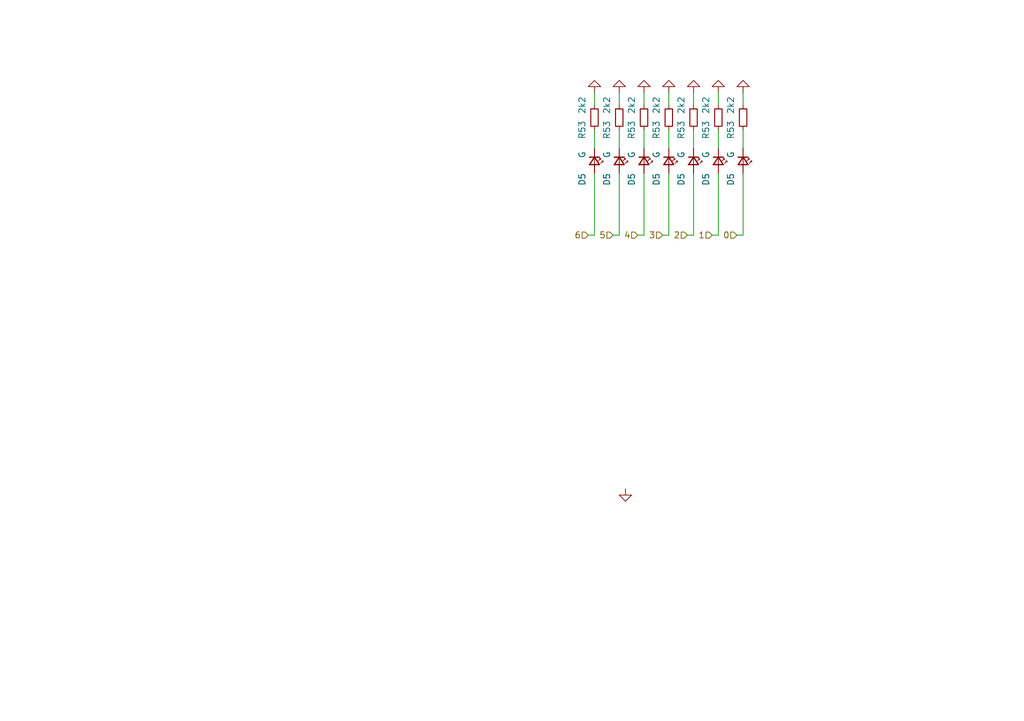
<source format=kicad_sch>
(kicad_sch (version 20230121) (generator eeschema)
  (paper "A5")
  (lib_symbols
    (symbol "Device:LED_Small" (pin_numbers hide) (pin_names (offset 0.254) hide)
      (property "Reference" "D" (at -1.27 3.175 0))
      (property "Value" "LED_Small" (at -4.445 -2.54 0))
      (symbol "LED_Small_0_1"
        (polyline (pts (xy -0.762 -1.016) (xy -0.762 1.016)) (stroke (width 0.254)))
        (polyline (pts (xy 1.016 0) (xy -0.762 0)))
        (polyline (pts (xy 0.762 -1.016) (xy -0.762 0) (xy 0.762 1.016) (xy 0.762 -1.016)) (stroke (width 0.254)))
        (polyline (pts (xy 0 0.762) (xy -0.508 1.27) (xy -0.254 1.27) (xy -0.508 1.27) (xy -0.508 1.016)))
        (polyline (pts (xy 0.508 1.27) (xy 0 1.778) (xy 0.254 1.778) (xy 0 1.778) (xy 0 1.524)))
      )
      (symbol "LED_Small_1_1"
        (pin passive line (at -2.54 0 0) (length 1.778) (name "K") (number "1"))
        (pin passive line (at 2.54 0 180) (length 1.778) (name "A") (number "2"))
      )
    )
    (symbol "Device:R_Small" (pin_numbers hide) (pin_names (offset 0.254) hide)
      (property "Reference" "R" (at 0.762 0.508 0))
      (property "Value" "R_Small" (at 0.762 -1.016 0))
      (symbol "R_Small_0_1"
        (rectangle (start -0.762 1.778) (end 0.762 -1.778) (stroke (width 0.2032)))
      )
      (symbol "R_Small_1_1"
        (pin passive line (at 0 2.54 270) (length 0.762) (name "~") (number "1"))
        (pin passive line (at 0 -2.54 90) (length 0.762) (name "~") (number "2"))
      )
    )
    (symbol "power:GND" (power) (pin_names (offset 0))
      (property "Value" "GND" (at 0 -3.81 0))
      (symbol "GND_0_1"
        (polyline (pts (xy 0 0) (xy 0 -1.27) (xy 1.27 -1.27) (xy 0 -2.54) (xy -1.27 -1.27) (xy 0 -1.27)))
      )
      (symbol "GND_1_1"
        (pin power_in line (at 0 0 270) (length 0) hide (name "GND") (number "1"))
      )
    )
  )
  (wire (pts (xy 132.08 35.56) (xy 132.08 48.26)))
  (wire (pts (xy 137.16 30.48) (xy 137.16 26.67)))
  (wire (pts (xy 140.97 48.26) (xy 142.24 48.26)))
  (wire (pts (xy 120.65 48.26) (xy 121.92 48.26)))
  (wire (pts (xy 132.08 19.05) (xy 132.08 21.59)))
  (wire (pts (xy 146.05 48.26) (xy 147.32 48.26)))
  (wire (pts (xy 142.24 30.48) (xy 142.24 26.67)))
  (wire (pts (xy 147.32 30.48) (xy 147.32 26.67)))
  (wire (pts (xy 125.73 48.26) (xy 127 48.26)))
  (wire (pts (xy 152.4 35.56) (xy 152.4 48.26)))
  (wire (pts (xy 132.08 30.48) (xy 132.08 26.67)))
  (wire (pts (xy 137.16 19.05) (xy 137.16 21.59)))
  (wire (pts (xy 127 19.05) (xy 127 21.59)))
  (wire (pts (xy 127 35.56) (xy 127 48.26)))
  (wire (pts (xy 152.4 30.48) (xy 152.4 26.67)))
  (wire (pts (xy 137.16 35.56) (xy 137.16 48.26)))
  (wire (pts (xy 147.32 19.05) (xy 147.32 21.59)))
  (wire (pts (xy 135.89 48.26) (xy 137.16 48.26)))
  (wire (pts (xy 152.4 19.05) (xy 152.4 21.59)))
  (wire (pts (xy 142.24 19.05) (xy 142.24 21.59)))
  (wire (pts (xy 147.32 35.56) (xy 147.32 48.26)))
  (wire (pts (xy 121.92 19.05) (xy 121.92 21.59)))
  (wire (pts (xy 130.81 48.26) (xy 132.08 48.26)))
  (wire (pts (xy 142.24 35.56) (xy 142.24 48.26)))
  (wire (pts (xy 151.13 48.26) (xy 152.4 48.26)))
  (wire (pts (xy 121.92 30.48) (xy 121.92 26.67)))
  (wire (pts (xy 127 30.48) (xy 127 26.67)))
  (wire (pts (xy 121.92 35.56) (xy 121.92 48.26)))
  (hierarchical_label "4" (shape input) (at 130.81 48.26 180))
  (hierarchical_label "3" (shape input) (at 135.89 48.26 180))
  (hierarchical_label "1" (shape input) (at 146.05 48.26 180))
  (hierarchical_label "5" (shape input) (at 125.73 48.26 180))
  (hierarchical_label "0" (shape input) (at 151.13 48.26 180))
  (hierarchical_label "2" (shape input) (at 140.97 48.26 180))
  (hierarchical_label "6" (shape input) (at 120.65 48.26 180))
  (symbol (lib_id "Device:R_Small") (at 142.24 24.13 180) (unit 1)
    (property "Reference" "R53" (at 139.7 26.67 90))
    (property "Value" "2k2" (at 139.7 21.59 90))
    (property "Footprint" "Resistor_SMD:R_0603_1608Metric" (effects hide))
    (property "LCSC" "C4190" (effects hide))
    (instances (project "that_fpga_thing" (path "" (reference "R53") (unit 1))) (project "m1s-fpga-playground" (path "" (reference "R153") (unit 1)) (path "" (reference "R221") (unit 1))))
  )
  (symbol (lib_id "power:GND") (at 147.32 19.05 0) (mirror x) (unit 1)
    (property "Reference" "#PWR077" (effects hide))
    (property "Value" "GND" (effects hide))
    (instances (project "that_fpga_thing" (path "" (reference "#PWR077") (unit 1))) (project "m1s-fpga-playground" (path "" (reference "#PWR0184") (unit 1)) (path "" (reference "#PWR0220") (unit 1))))
  )
  (symbol (lib_id "Device:LED_Small") (at 142.24 33.02 270) (unit 1)
    (property "Reference" "D5" (at 139.7 36.83 0))
    (property "Value" "G" (at 139.7 31.75 0))
    (property "Footprint" "LED_SMD:LED_0603_1608Metric" (effects hide))
    (property "LCSC" "C72043" (effects hide))
    (instances (project "that_fpga_thing" (path "" (reference "D5") (unit 1))) (project "m1s-fpga-playground" (path "" (reference "D104") (unit 1)) (path "" (reference "D221") (unit 1))))
  )
  (symbol (lib_id "Device:R_Small") (at 147.32 24.13 180) (unit 1)
    (property "Reference" "R53" (at 144.78 26.67 90))
    (property "Value" "2k2" (at 144.78 21.59 90))
    (property "Footprint" "Resistor_SMD:R_0603_1608Metric" (effects hide))
    (property "LCSC" "C4190" (effects hide))
    (instances (project "that_fpga_thing" (path "" (reference "R53") (unit 1))) (project "m1s-fpga-playground" (path "" (reference "R153") (unit 1)) (path "" (reference "R222") (unit 1))))
  )
  (symbol (lib_id "power:GND") (at 137.16 19.05 0) (mirror x) (unit 1)
    (property "Reference" "#PWR077" (effects hide))
    (property "Value" "GND" (effects hide))
    (instances (project "that_fpga_thing" (path "" (reference "#PWR077") (unit 1))) (project "m1s-fpga-playground" (path "" (reference "#PWR0184") (unit 1)) (path "" (reference "#PWR0218") (unit 1))))
  )
  (symbol (lib_id "Device:LED_Small") (at 147.32 33.02 270) (unit 1)
    (property "Reference" "D5" (at 144.78 36.83 0))
    (property "Value" "G" (at 144.78 31.75 0))
    (property "Footprint" "LED_SMD:LED_0603_1608Metric" (effects hide))
    (property "LCSC" "C72043" (effects hide))
    (instances (project "that_fpga_thing" (path "" (reference "D5") (unit 1))) (project "m1s-fpga-playground" (path "" (reference "D104") (unit 1)) (path "" (reference "D222") (unit 1))))
  )
  (symbol (lib_id "power:GND") (at 132.08 19.05 0) (mirror x) (unit 1)
    (property "Reference" "#PWR077" (effects hide))
    (property "Value" "GND" (effects hide))
    (instances (project "that_fpga_thing" (path "" (reference "#PWR077") (unit 1))) (project "m1s-fpga-playground" (path "" (reference "#PWR0184") (unit 1)) (path "" (reference "#PWR0217") (unit 1))))
  )
  (symbol (lib_id "Device:LED_Small") (at 121.92 33.02 270) (unit 1)
    (property "Reference" "D5" (at 119.38 36.83 0))
    (property "Value" "G" (at 119.38 31.75 0))
    (property "Footprint" "LED_SMD:LED_0603_1608Metric" (effects hide))
    (property "LCSC" "C72043" (effects hide))
    (instances (project "that_fpga_thing" (path "" (reference "D5") (unit 1))) (project "m1s-fpga-playground" (path "" (reference "D104") (unit 1)) (path "" (reference "D217") (unit 1))))
  )
  (symbol (lib_id "power:GND") (at 128.27 100.33 0) (mirror y) (unit 1)
    (property "Reference" "#PWR077" (effects hide))
    (property "Value" "GND" (effects hide))
    (instances (project "that_fpga_thing" (path "" (reference "#PWR077") (unit 1))) (project "m1s-fpga-playground" (path "" (reference "#PWR0184") (unit 1)) (path "" (reference "#PWR0204") (unit 1))))
  )
  (symbol (lib_id "Device:R_Small") (at 137.16 24.13 180) (unit 1)
    (property "Reference" "R53" (at 134.62 26.67 90))
    (property "Value" "2k2" (at 134.62 21.59 90))
    (property "Footprint" "Resistor_SMD:R_0603_1608Metric" (effects hide))
    (property "LCSC" "C4190" (effects hide))
    (instances (project "that_fpga_thing" (path "" (reference "R53") (unit 1))) (project "m1s-fpga-playground" (path "" (reference "R153") (unit 1)) (path "" (reference "R220") (unit 1))))
  )
  (symbol (lib_id "Device:LED_Small") (at 152.4 33.02 270) (unit 1)
    (property "Reference" "D5" (at 149.86 36.83 0))
    (property "Value" "G" (at 149.86 31.75 0))
    (property "Footprint" "LED_SMD:LED_0603_1608Metric" (effects hide))
    (property "LCSC" "C72043" (effects hide))
    (instances (project "that_fpga_thing" (path "" (reference "D5") (unit 1))) (project "m1s-fpga-playground" (path "" (reference "D104") (unit 1)) (path "" (reference "D223") (unit 1))))
  )
  (symbol (lib_id "Device:LED_Small") (at 137.16 33.02 270) (unit 1)
    (property "Reference" "D5" (at 134.62 36.83 0))
    (property "Value" "G" (at 134.62 31.75 0))
    (property "Footprint" "LED_SMD:LED_0603_1608Metric" (effects hide))
    (property "LCSC" "C72043" (effects hide))
    (instances (project "that_fpga_thing" (path "" (reference "D5") (unit 1))) (project "m1s-fpga-playground" (path "" (reference "D104") (unit 1)) (path "" (reference "D220") (unit 1))))
  )
  (symbol (lib_id "Device:LED_Small") (at 132.08 33.02 270) (unit 1)
    (property "Reference" "D5" (at 129.54 36.83 0))
    (property "Value" "G" (at 129.54 31.75 0))
    (property "Footprint" "LED_SMD:LED_0603_1608Metric" (effects hide))
    (property "LCSC" "C72043" (effects hide))
    (instances (project "that_fpga_thing" (path "" (reference "D5") (unit 1))) (project "m1s-fpga-playground" (path "" (reference "D104") (unit 1)) (path "" (reference "D219") (unit 1))))
  )
  (symbol (lib_id "power:GND") (at 152.4 19.05 0) (mirror x) (unit 1)
    (property "Reference" "#PWR077" (effects hide))
    (property "Value" "GND" (effects hide))
    (instances (project "that_fpga_thing" (path "" (reference "#PWR077") (unit 1))) (project "m1s-fpga-playground" (path "" (reference "#PWR0184") (unit 1)) (path "" (reference "#PWR0221") (unit 1))))
  )
  (symbol (lib_id "Device:R_Small") (at 121.92 24.13 180) (unit 1)
    (property "Reference" "R53" (at 119.38 26.67 90))
    (property "Value" "2k2" (at 119.38 21.59 90))
    (property "Footprint" "Resistor_SMD:R_0603_1608Metric" (effects hide))
    (property "LCSC" "C4190" (effects hide))
    (instances (project "that_fpga_thing" (path "" (reference "R53") (unit 1))) (project "m1s-fpga-playground" (path "" (reference "R153") (unit 1)) (path "" (reference "R217") (unit 1))))
  )
  (symbol (lib_id "power:GND") (at 127 19.05 0) (mirror x) (unit 1)
    (property "Reference" "#PWR077" (effects hide))
    (property "Value" "GND" (effects hide))
    (instances (project "that_fpga_thing" (path "" (reference "#PWR077") (unit 1))) (project "m1s-fpga-playground" (path "" (reference "#PWR0184") (unit 1)) (path "" (reference "#PWR0216") (unit 1))))
  )
  (symbol (lib_id "Device:LED_Small") (at 127 33.02 270) (unit 1)
    (property "Reference" "D5" (at 124.46 36.83 0))
    (property "Value" "G" (at 124.46 31.75 0))
    (property "Footprint" "LED_SMD:LED_0603_1608Metric" (effects hide))
    (property "LCSC" "C72043" (effects hide))
    (instances (project "that_fpga_thing" (path "" (reference "D5") (unit 1))) (project "m1s-fpga-playground" (path "" (reference "D104") (unit 1)) (path "" (reference "D218") (unit 1))))
  )
  (symbol (lib_id "Device:R_Small") (at 152.4 24.13 180) (unit 1)
    (property "Reference" "R53" (at 149.86 26.67 90))
    (property "Value" "2k2" (at 149.86 21.59 90))
    (property "Footprint" "Resistor_SMD:R_0603_1608Metric" (effects hide))
    (property "LCSC" "C4190" (effects hide))
    (instances (project "that_fpga_thing" (path "" (reference "R53") (unit 1))) (project "m1s-fpga-playground" (path "" (reference "R153") (unit 1)) (path "" (reference "R223") (unit 1))))
  )
  (symbol (lib_id "power:GND") (at 142.24 19.05 0) (mirror x) (unit 1)
    (property "Reference" "#PWR077" (effects hide))
    (property "Value" "GND" (effects hide))
    (instances (project "that_fpga_thing" (path "" (reference "#PWR077") (unit 1))) (project "m1s-fpga-playground" (path "" (reference "#PWR0184") (unit 1)) (path "" (reference "#PWR0219") (unit 1))))
  )
  (symbol (lib_id "Device:R_Small") (at 127 24.13 180) (unit 1)
    (property "Reference" "R53" (at 124.46 26.67 90))
    (property "Value" "2k2" (at 124.46 21.59 90))
    (property "Footprint" "Resistor_SMD:R_0603_1608Metric" (effects hide))
    (property "LCSC" "C4190" (effects hide))
    (instances (project "that_fpga_thing" (path "" (reference "R53") (unit 1))) (project "m1s-fpga-playground" (path "" (reference "R153") (unit 1)) (path "" (reference "R218") (unit 1))))
  )
  (symbol (lib_id "Device:R_Small") (at 132.08 24.13 180) (unit 1)
    (property "Reference" "R53" (at 129.54 26.67 90))
    (property "Value" "2k2" (at 129.54 21.59 90))
    (property "Footprint" "Resistor_SMD:R_0603_1608Metric" (effects hide))
    (property "LCSC" "C4190" (effects hide))
    (instances (project "that_fpga_thing" (path "" (reference "R53") (unit 1))) (project "m1s-fpga-playground" (path "" (reference "R153") (unit 1)) (path "" (reference "R219") (unit 1))))
  )
  (symbol (lib_id "power:GND") (at 121.92 19.05 0) (mirror x) (unit 1)
    (property "Reference" "#PWR077" (effects hide))
    (property "Value" "GND" (effects hide))
    (instances (project "that_fpga_thing" (path "" (reference "#PWR077") (unit 1))) (project "m1s-fpga-playground" (path "" (reference "#PWR0184") (unit 1)) (path "" (reference "#PWR0215") (unit 1))))
  )
)
</source>
